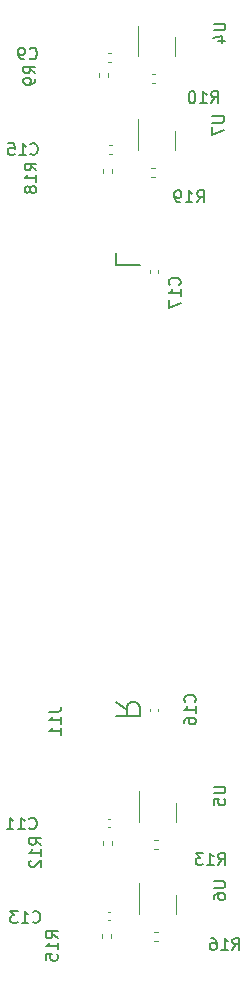
<source format=gbr>
%TF.GenerationSoftware,KiCad,Pcbnew,8.0.3*%
%TF.CreationDate,2024-06-14T00:30:10+09:00*%
%TF.ProjectId,makyi_mouse,6d616b79-695f-46d6-9f75-73652e6b6963,rev?*%
%TF.SameCoordinates,Original*%
%TF.FileFunction,Legend,Bot*%
%TF.FilePolarity,Positive*%
%FSLAX46Y46*%
G04 Gerber Fmt 4.6, Leading zero omitted, Abs format (unit mm)*
G04 Created by KiCad (PCBNEW 8.0.3) date 2024-06-14 00:30:10*
%MOMM*%
%LPD*%
G01*
G04 APERTURE LIST*
%ADD10C,0.200000*%
%ADD11C,0.150000*%
%ADD12C,0.120000*%
G04 APERTURE END LIST*
D10*
X138085161Y-60380952D02*
X138085161Y-61333333D01*
X138085161Y-61333333D02*
X140085161Y-61333333D01*
X138085161Y-98380952D02*
X139037542Y-99047619D01*
X138085161Y-99523809D02*
X140085161Y-99523809D01*
X140085161Y-99523809D02*
X140085161Y-98761904D01*
X140085161Y-98761904D02*
X139989923Y-98571428D01*
X139989923Y-98571428D02*
X139894685Y-98476190D01*
X139894685Y-98476190D02*
X139704209Y-98380952D01*
X139704209Y-98380952D02*
X139418495Y-98380952D01*
X139418495Y-98380952D02*
X139228019Y-98476190D01*
X139228019Y-98476190D02*
X139132780Y-98571428D01*
X139132780Y-98571428D02*
X139037542Y-98761904D01*
X139037542Y-98761904D02*
X139037542Y-99523809D01*
D11*
X144759580Y-98357142D02*
X144807200Y-98309523D01*
X144807200Y-98309523D02*
X144854819Y-98166666D01*
X144854819Y-98166666D02*
X144854819Y-98071428D01*
X144854819Y-98071428D02*
X144807200Y-97928571D01*
X144807200Y-97928571D02*
X144711961Y-97833333D01*
X144711961Y-97833333D02*
X144616723Y-97785714D01*
X144616723Y-97785714D02*
X144426247Y-97738095D01*
X144426247Y-97738095D02*
X144283390Y-97738095D01*
X144283390Y-97738095D02*
X144092914Y-97785714D01*
X144092914Y-97785714D02*
X143997676Y-97833333D01*
X143997676Y-97833333D02*
X143902438Y-97928571D01*
X143902438Y-97928571D02*
X143854819Y-98071428D01*
X143854819Y-98071428D02*
X143854819Y-98166666D01*
X143854819Y-98166666D02*
X143902438Y-98309523D01*
X143902438Y-98309523D02*
X143950057Y-98357142D01*
X144854819Y-99309523D02*
X144854819Y-98738095D01*
X144854819Y-99023809D02*
X143854819Y-99023809D01*
X143854819Y-99023809D02*
X143997676Y-98928571D01*
X143997676Y-98928571D02*
X144092914Y-98833333D01*
X144092914Y-98833333D02*
X144140533Y-98738095D01*
X143854819Y-100166666D02*
X143854819Y-99976190D01*
X143854819Y-99976190D02*
X143902438Y-99880952D01*
X143902438Y-99880952D02*
X143950057Y-99833333D01*
X143950057Y-99833333D02*
X144092914Y-99738095D01*
X144092914Y-99738095D02*
X144283390Y-99690476D01*
X144283390Y-99690476D02*
X144664342Y-99690476D01*
X144664342Y-99690476D02*
X144759580Y-99738095D01*
X144759580Y-99738095D02*
X144807200Y-99785714D01*
X144807200Y-99785714D02*
X144854819Y-99880952D01*
X144854819Y-99880952D02*
X144854819Y-100071428D01*
X144854819Y-100071428D02*
X144807200Y-100166666D01*
X144807200Y-100166666D02*
X144759580Y-100214285D01*
X144759580Y-100214285D02*
X144664342Y-100261904D01*
X144664342Y-100261904D02*
X144426247Y-100261904D01*
X144426247Y-100261904D02*
X144331009Y-100214285D01*
X144331009Y-100214285D02*
X144283390Y-100166666D01*
X144283390Y-100166666D02*
X144235771Y-100071428D01*
X144235771Y-100071428D02*
X144235771Y-99880952D01*
X144235771Y-99880952D02*
X144283390Y-99785714D01*
X144283390Y-99785714D02*
X144331009Y-99738095D01*
X144331009Y-99738095D02*
X144426247Y-99690476D01*
X146742857Y-112154819D02*
X147076190Y-111678628D01*
X147314285Y-112154819D02*
X147314285Y-111154819D01*
X147314285Y-111154819D02*
X146933333Y-111154819D01*
X146933333Y-111154819D02*
X146838095Y-111202438D01*
X146838095Y-111202438D02*
X146790476Y-111250057D01*
X146790476Y-111250057D02*
X146742857Y-111345295D01*
X146742857Y-111345295D02*
X146742857Y-111488152D01*
X146742857Y-111488152D02*
X146790476Y-111583390D01*
X146790476Y-111583390D02*
X146838095Y-111631009D01*
X146838095Y-111631009D02*
X146933333Y-111678628D01*
X146933333Y-111678628D02*
X147314285Y-111678628D01*
X145790476Y-112154819D02*
X146361904Y-112154819D01*
X146076190Y-112154819D02*
X146076190Y-111154819D01*
X146076190Y-111154819D02*
X146171428Y-111297676D01*
X146171428Y-111297676D02*
X146266666Y-111392914D01*
X146266666Y-111392914D02*
X146361904Y-111440533D01*
X145457142Y-111154819D02*
X144838095Y-111154819D01*
X144838095Y-111154819D02*
X145171428Y-111535771D01*
X145171428Y-111535771D02*
X145028571Y-111535771D01*
X145028571Y-111535771D02*
X144933333Y-111583390D01*
X144933333Y-111583390D02*
X144885714Y-111631009D01*
X144885714Y-111631009D02*
X144838095Y-111726247D01*
X144838095Y-111726247D02*
X144838095Y-111964342D01*
X144838095Y-111964342D02*
X144885714Y-112059580D01*
X144885714Y-112059580D02*
X144933333Y-112107200D01*
X144933333Y-112107200D02*
X145028571Y-112154819D01*
X145028571Y-112154819D02*
X145314285Y-112154819D01*
X145314285Y-112154819D02*
X145409523Y-112107200D01*
X145409523Y-112107200D02*
X145457142Y-112059580D01*
X146354819Y-113538095D02*
X147164342Y-113538095D01*
X147164342Y-113538095D02*
X147259580Y-113585714D01*
X147259580Y-113585714D02*
X147307200Y-113633333D01*
X147307200Y-113633333D02*
X147354819Y-113728571D01*
X147354819Y-113728571D02*
X147354819Y-113919047D01*
X147354819Y-113919047D02*
X147307200Y-114014285D01*
X147307200Y-114014285D02*
X147259580Y-114061904D01*
X147259580Y-114061904D02*
X147164342Y-114109523D01*
X147164342Y-114109523D02*
X146354819Y-114109523D01*
X146354819Y-115014285D02*
X146354819Y-114823809D01*
X146354819Y-114823809D02*
X146402438Y-114728571D01*
X146402438Y-114728571D02*
X146450057Y-114680952D01*
X146450057Y-114680952D02*
X146592914Y-114585714D01*
X146592914Y-114585714D02*
X146783390Y-114538095D01*
X146783390Y-114538095D02*
X147164342Y-114538095D01*
X147164342Y-114538095D02*
X147259580Y-114585714D01*
X147259580Y-114585714D02*
X147307200Y-114633333D01*
X147307200Y-114633333D02*
X147354819Y-114728571D01*
X147354819Y-114728571D02*
X147354819Y-114919047D01*
X147354819Y-114919047D02*
X147307200Y-115014285D01*
X147307200Y-115014285D02*
X147259580Y-115061904D01*
X147259580Y-115061904D02*
X147164342Y-115109523D01*
X147164342Y-115109523D02*
X146926247Y-115109523D01*
X146926247Y-115109523D02*
X146831009Y-115061904D01*
X146831009Y-115061904D02*
X146783390Y-115014285D01*
X146783390Y-115014285D02*
X146735771Y-114919047D01*
X146735771Y-114919047D02*
X146735771Y-114728571D01*
X146735771Y-114728571D02*
X146783390Y-114633333D01*
X146783390Y-114633333D02*
X146831009Y-114585714D01*
X146831009Y-114585714D02*
X146926247Y-114538095D01*
X130766666Y-43859580D02*
X130814285Y-43907200D01*
X130814285Y-43907200D02*
X130957142Y-43954819D01*
X130957142Y-43954819D02*
X131052380Y-43954819D01*
X131052380Y-43954819D02*
X131195237Y-43907200D01*
X131195237Y-43907200D02*
X131290475Y-43811961D01*
X131290475Y-43811961D02*
X131338094Y-43716723D01*
X131338094Y-43716723D02*
X131385713Y-43526247D01*
X131385713Y-43526247D02*
X131385713Y-43383390D01*
X131385713Y-43383390D02*
X131338094Y-43192914D01*
X131338094Y-43192914D02*
X131290475Y-43097676D01*
X131290475Y-43097676D02*
X131195237Y-43002438D01*
X131195237Y-43002438D02*
X131052380Y-42954819D01*
X131052380Y-42954819D02*
X130957142Y-42954819D01*
X130957142Y-42954819D02*
X130814285Y-43002438D01*
X130814285Y-43002438D02*
X130766666Y-43050057D01*
X130290475Y-43954819D02*
X130099999Y-43954819D01*
X130099999Y-43954819D02*
X130004761Y-43907200D01*
X130004761Y-43907200D02*
X129957142Y-43859580D01*
X129957142Y-43859580D02*
X129861904Y-43716723D01*
X129861904Y-43716723D02*
X129814285Y-43526247D01*
X129814285Y-43526247D02*
X129814285Y-43145295D01*
X129814285Y-43145295D02*
X129861904Y-43050057D01*
X129861904Y-43050057D02*
X129909523Y-43002438D01*
X129909523Y-43002438D02*
X130004761Y-42954819D01*
X130004761Y-42954819D02*
X130195237Y-42954819D01*
X130195237Y-42954819D02*
X130290475Y-43002438D01*
X130290475Y-43002438D02*
X130338094Y-43050057D01*
X130338094Y-43050057D02*
X130385713Y-43145295D01*
X130385713Y-43145295D02*
X130385713Y-43383390D01*
X130385713Y-43383390D02*
X130338094Y-43478628D01*
X130338094Y-43478628D02*
X130290475Y-43526247D01*
X130290475Y-43526247D02*
X130195237Y-43573866D01*
X130195237Y-43573866D02*
X130004761Y-43573866D01*
X130004761Y-43573866D02*
X129909523Y-43526247D01*
X129909523Y-43526247D02*
X129861904Y-43478628D01*
X129861904Y-43478628D02*
X129814285Y-43383390D01*
X147942857Y-119354819D02*
X148276190Y-118878628D01*
X148514285Y-119354819D02*
X148514285Y-118354819D01*
X148514285Y-118354819D02*
X148133333Y-118354819D01*
X148133333Y-118354819D02*
X148038095Y-118402438D01*
X148038095Y-118402438D02*
X147990476Y-118450057D01*
X147990476Y-118450057D02*
X147942857Y-118545295D01*
X147942857Y-118545295D02*
X147942857Y-118688152D01*
X147942857Y-118688152D02*
X147990476Y-118783390D01*
X147990476Y-118783390D02*
X148038095Y-118831009D01*
X148038095Y-118831009D02*
X148133333Y-118878628D01*
X148133333Y-118878628D02*
X148514285Y-118878628D01*
X146990476Y-119354819D02*
X147561904Y-119354819D01*
X147276190Y-119354819D02*
X147276190Y-118354819D01*
X147276190Y-118354819D02*
X147371428Y-118497676D01*
X147371428Y-118497676D02*
X147466666Y-118592914D01*
X147466666Y-118592914D02*
X147561904Y-118640533D01*
X146133333Y-118354819D02*
X146323809Y-118354819D01*
X146323809Y-118354819D02*
X146419047Y-118402438D01*
X146419047Y-118402438D02*
X146466666Y-118450057D01*
X146466666Y-118450057D02*
X146561904Y-118592914D01*
X146561904Y-118592914D02*
X146609523Y-118783390D01*
X146609523Y-118783390D02*
X146609523Y-119164342D01*
X146609523Y-119164342D02*
X146561904Y-119259580D01*
X146561904Y-119259580D02*
X146514285Y-119307200D01*
X146514285Y-119307200D02*
X146419047Y-119354819D01*
X146419047Y-119354819D02*
X146228571Y-119354819D01*
X146228571Y-119354819D02*
X146133333Y-119307200D01*
X146133333Y-119307200D02*
X146085714Y-119259580D01*
X146085714Y-119259580D02*
X146038095Y-119164342D01*
X146038095Y-119164342D02*
X146038095Y-118926247D01*
X146038095Y-118926247D02*
X146085714Y-118831009D01*
X146085714Y-118831009D02*
X146133333Y-118783390D01*
X146133333Y-118783390D02*
X146228571Y-118735771D01*
X146228571Y-118735771D02*
X146419047Y-118735771D01*
X146419047Y-118735771D02*
X146514285Y-118783390D01*
X146514285Y-118783390D02*
X146561904Y-118831009D01*
X146561904Y-118831009D02*
X146609523Y-118926247D01*
X131754819Y-110457142D02*
X131278628Y-110123809D01*
X131754819Y-109885714D02*
X130754819Y-109885714D01*
X130754819Y-109885714D02*
X130754819Y-110266666D01*
X130754819Y-110266666D02*
X130802438Y-110361904D01*
X130802438Y-110361904D02*
X130850057Y-110409523D01*
X130850057Y-110409523D02*
X130945295Y-110457142D01*
X130945295Y-110457142D02*
X131088152Y-110457142D01*
X131088152Y-110457142D02*
X131183390Y-110409523D01*
X131183390Y-110409523D02*
X131231009Y-110361904D01*
X131231009Y-110361904D02*
X131278628Y-110266666D01*
X131278628Y-110266666D02*
X131278628Y-109885714D01*
X131754819Y-111409523D02*
X131754819Y-110838095D01*
X131754819Y-111123809D02*
X130754819Y-111123809D01*
X130754819Y-111123809D02*
X130897676Y-111028571D01*
X130897676Y-111028571D02*
X130992914Y-110933333D01*
X130992914Y-110933333D02*
X131040533Y-110838095D01*
X130850057Y-111790476D02*
X130802438Y-111838095D01*
X130802438Y-111838095D02*
X130754819Y-111933333D01*
X130754819Y-111933333D02*
X130754819Y-112171428D01*
X130754819Y-112171428D02*
X130802438Y-112266666D01*
X130802438Y-112266666D02*
X130850057Y-112314285D01*
X130850057Y-112314285D02*
X130945295Y-112361904D01*
X130945295Y-112361904D02*
X131040533Y-112361904D01*
X131040533Y-112361904D02*
X131183390Y-112314285D01*
X131183390Y-112314285D02*
X131754819Y-111742857D01*
X131754819Y-111742857D02*
X131754819Y-112361904D01*
X131354819Y-53357142D02*
X130878628Y-53023809D01*
X131354819Y-52785714D02*
X130354819Y-52785714D01*
X130354819Y-52785714D02*
X130354819Y-53166666D01*
X130354819Y-53166666D02*
X130402438Y-53261904D01*
X130402438Y-53261904D02*
X130450057Y-53309523D01*
X130450057Y-53309523D02*
X130545295Y-53357142D01*
X130545295Y-53357142D02*
X130688152Y-53357142D01*
X130688152Y-53357142D02*
X130783390Y-53309523D01*
X130783390Y-53309523D02*
X130831009Y-53261904D01*
X130831009Y-53261904D02*
X130878628Y-53166666D01*
X130878628Y-53166666D02*
X130878628Y-52785714D01*
X131354819Y-54309523D02*
X131354819Y-53738095D01*
X131354819Y-54023809D02*
X130354819Y-54023809D01*
X130354819Y-54023809D02*
X130497676Y-53928571D01*
X130497676Y-53928571D02*
X130592914Y-53833333D01*
X130592914Y-53833333D02*
X130640533Y-53738095D01*
X130783390Y-54880952D02*
X130735771Y-54785714D01*
X130735771Y-54785714D02*
X130688152Y-54738095D01*
X130688152Y-54738095D02*
X130592914Y-54690476D01*
X130592914Y-54690476D02*
X130545295Y-54690476D01*
X130545295Y-54690476D02*
X130450057Y-54738095D01*
X130450057Y-54738095D02*
X130402438Y-54785714D01*
X130402438Y-54785714D02*
X130354819Y-54880952D01*
X130354819Y-54880952D02*
X130354819Y-55071428D01*
X130354819Y-55071428D02*
X130402438Y-55166666D01*
X130402438Y-55166666D02*
X130450057Y-55214285D01*
X130450057Y-55214285D02*
X130545295Y-55261904D01*
X130545295Y-55261904D02*
X130592914Y-55261904D01*
X130592914Y-55261904D02*
X130688152Y-55214285D01*
X130688152Y-55214285D02*
X130735771Y-55166666D01*
X130735771Y-55166666D02*
X130783390Y-55071428D01*
X130783390Y-55071428D02*
X130783390Y-54880952D01*
X130783390Y-54880952D02*
X130831009Y-54785714D01*
X130831009Y-54785714D02*
X130878628Y-54738095D01*
X130878628Y-54738095D02*
X130973866Y-54690476D01*
X130973866Y-54690476D02*
X131164342Y-54690476D01*
X131164342Y-54690476D02*
X131259580Y-54738095D01*
X131259580Y-54738095D02*
X131307200Y-54785714D01*
X131307200Y-54785714D02*
X131354819Y-54880952D01*
X131354819Y-54880952D02*
X131354819Y-55071428D01*
X131354819Y-55071428D02*
X131307200Y-55166666D01*
X131307200Y-55166666D02*
X131259580Y-55214285D01*
X131259580Y-55214285D02*
X131164342Y-55261904D01*
X131164342Y-55261904D02*
X130973866Y-55261904D01*
X130973866Y-55261904D02*
X130878628Y-55214285D01*
X130878628Y-55214285D02*
X130831009Y-55166666D01*
X130831009Y-55166666D02*
X130783390Y-55071428D01*
X143459580Y-63057142D02*
X143507200Y-63009523D01*
X143507200Y-63009523D02*
X143554819Y-62866666D01*
X143554819Y-62866666D02*
X143554819Y-62771428D01*
X143554819Y-62771428D02*
X143507200Y-62628571D01*
X143507200Y-62628571D02*
X143411961Y-62533333D01*
X143411961Y-62533333D02*
X143316723Y-62485714D01*
X143316723Y-62485714D02*
X143126247Y-62438095D01*
X143126247Y-62438095D02*
X142983390Y-62438095D01*
X142983390Y-62438095D02*
X142792914Y-62485714D01*
X142792914Y-62485714D02*
X142697676Y-62533333D01*
X142697676Y-62533333D02*
X142602438Y-62628571D01*
X142602438Y-62628571D02*
X142554819Y-62771428D01*
X142554819Y-62771428D02*
X142554819Y-62866666D01*
X142554819Y-62866666D02*
X142602438Y-63009523D01*
X142602438Y-63009523D02*
X142650057Y-63057142D01*
X143554819Y-64009523D02*
X143554819Y-63438095D01*
X143554819Y-63723809D02*
X142554819Y-63723809D01*
X142554819Y-63723809D02*
X142697676Y-63628571D01*
X142697676Y-63628571D02*
X142792914Y-63533333D01*
X142792914Y-63533333D02*
X142840533Y-63438095D01*
X142554819Y-64342857D02*
X142554819Y-65009523D01*
X142554819Y-65009523D02*
X143554819Y-64580952D01*
X144942857Y-56054819D02*
X145276190Y-55578628D01*
X145514285Y-56054819D02*
X145514285Y-55054819D01*
X145514285Y-55054819D02*
X145133333Y-55054819D01*
X145133333Y-55054819D02*
X145038095Y-55102438D01*
X145038095Y-55102438D02*
X144990476Y-55150057D01*
X144990476Y-55150057D02*
X144942857Y-55245295D01*
X144942857Y-55245295D02*
X144942857Y-55388152D01*
X144942857Y-55388152D02*
X144990476Y-55483390D01*
X144990476Y-55483390D02*
X145038095Y-55531009D01*
X145038095Y-55531009D02*
X145133333Y-55578628D01*
X145133333Y-55578628D02*
X145514285Y-55578628D01*
X143990476Y-56054819D02*
X144561904Y-56054819D01*
X144276190Y-56054819D02*
X144276190Y-55054819D01*
X144276190Y-55054819D02*
X144371428Y-55197676D01*
X144371428Y-55197676D02*
X144466666Y-55292914D01*
X144466666Y-55292914D02*
X144561904Y-55340533D01*
X143514285Y-56054819D02*
X143323809Y-56054819D01*
X143323809Y-56054819D02*
X143228571Y-56007200D01*
X143228571Y-56007200D02*
X143180952Y-55959580D01*
X143180952Y-55959580D02*
X143085714Y-55816723D01*
X143085714Y-55816723D02*
X143038095Y-55626247D01*
X143038095Y-55626247D02*
X143038095Y-55245295D01*
X143038095Y-55245295D02*
X143085714Y-55150057D01*
X143085714Y-55150057D02*
X143133333Y-55102438D01*
X143133333Y-55102438D02*
X143228571Y-55054819D01*
X143228571Y-55054819D02*
X143419047Y-55054819D01*
X143419047Y-55054819D02*
X143514285Y-55102438D01*
X143514285Y-55102438D02*
X143561904Y-55150057D01*
X143561904Y-55150057D02*
X143609523Y-55245295D01*
X143609523Y-55245295D02*
X143609523Y-55483390D01*
X143609523Y-55483390D02*
X143561904Y-55578628D01*
X143561904Y-55578628D02*
X143514285Y-55626247D01*
X143514285Y-55626247D02*
X143419047Y-55673866D01*
X143419047Y-55673866D02*
X143228571Y-55673866D01*
X143228571Y-55673866D02*
X143133333Y-55626247D01*
X143133333Y-55626247D02*
X143085714Y-55578628D01*
X143085714Y-55578628D02*
X143038095Y-55483390D01*
X146354819Y-105538095D02*
X147164342Y-105538095D01*
X147164342Y-105538095D02*
X147259580Y-105585714D01*
X147259580Y-105585714D02*
X147307200Y-105633333D01*
X147307200Y-105633333D02*
X147354819Y-105728571D01*
X147354819Y-105728571D02*
X147354819Y-105919047D01*
X147354819Y-105919047D02*
X147307200Y-106014285D01*
X147307200Y-106014285D02*
X147259580Y-106061904D01*
X147259580Y-106061904D02*
X147164342Y-106109523D01*
X147164342Y-106109523D02*
X146354819Y-106109523D01*
X146354819Y-107061904D02*
X146354819Y-106585714D01*
X146354819Y-106585714D02*
X146831009Y-106538095D01*
X146831009Y-106538095D02*
X146783390Y-106585714D01*
X146783390Y-106585714D02*
X146735771Y-106680952D01*
X146735771Y-106680952D02*
X146735771Y-106919047D01*
X146735771Y-106919047D02*
X146783390Y-107014285D01*
X146783390Y-107014285D02*
X146831009Y-107061904D01*
X146831009Y-107061904D02*
X146926247Y-107109523D01*
X146926247Y-107109523D02*
X147164342Y-107109523D01*
X147164342Y-107109523D02*
X147259580Y-107061904D01*
X147259580Y-107061904D02*
X147307200Y-107014285D01*
X147307200Y-107014285D02*
X147354819Y-106919047D01*
X147354819Y-106919047D02*
X147354819Y-106680952D01*
X147354819Y-106680952D02*
X147307200Y-106585714D01*
X147307200Y-106585714D02*
X147259580Y-106538095D01*
X146254819Y-48738095D02*
X147064342Y-48738095D01*
X147064342Y-48738095D02*
X147159580Y-48785714D01*
X147159580Y-48785714D02*
X147207200Y-48833333D01*
X147207200Y-48833333D02*
X147254819Y-48928571D01*
X147254819Y-48928571D02*
X147254819Y-49119047D01*
X147254819Y-49119047D02*
X147207200Y-49214285D01*
X147207200Y-49214285D02*
X147159580Y-49261904D01*
X147159580Y-49261904D02*
X147064342Y-49309523D01*
X147064342Y-49309523D02*
X146254819Y-49309523D01*
X146254819Y-49690476D02*
X146254819Y-50357142D01*
X146254819Y-50357142D02*
X147254819Y-49928571D01*
X133154819Y-118357142D02*
X132678628Y-118023809D01*
X133154819Y-117785714D02*
X132154819Y-117785714D01*
X132154819Y-117785714D02*
X132154819Y-118166666D01*
X132154819Y-118166666D02*
X132202438Y-118261904D01*
X132202438Y-118261904D02*
X132250057Y-118309523D01*
X132250057Y-118309523D02*
X132345295Y-118357142D01*
X132345295Y-118357142D02*
X132488152Y-118357142D01*
X132488152Y-118357142D02*
X132583390Y-118309523D01*
X132583390Y-118309523D02*
X132631009Y-118261904D01*
X132631009Y-118261904D02*
X132678628Y-118166666D01*
X132678628Y-118166666D02*
X132678628Y-117785714D01*
X133154819Y-119309523D02*
X133154819Y-118738095D01*
X133154819Y-119023809D02*
X132154819Y-119023809D01*
X132154819Y-119023809D02*
X132297676Y-118928571D01*
X132297676Y-118928571D02*
X132392914Y-118833333D01*
X132392914Y-118833333D02*
X132440533Y-118738095D01*
X132154819Y-120214285D02*
X132154819Y-119738095D01*
X132154819Y-119738095D02*
X132631009Y-119690476D01*
X132631009Y-119690476D02*
X132583390Y-119738095D01*
X132583390Y-119738095D02*
X132535771Y-119833333D01*
X132535771Y-119833333D02*
X132535771Y-120071428D01*
X132535771Y-120071428D02*
X132583390Y-120166666D01*
X132583390Y-120166666D02*
X132631009Y-120214285D01*
X132631009Y-120214285D02*
X132726247Y-120261904D01*
X132726247Y-120261904D02*
X132964342Y-120261904D01*
X132964342Y-120261904D02*
X133059580Y-120214285D01*
X133059580Y-120214285D02*
X133107200Y-120166666D01*
X133107200Y-120166666D02*
X133154819Y-120071428D01*
X133154819Y-120071428D02*
X133154819Y-119833333D01*
X133154819Y-119833333D02*
X133107200Y-119738095D01*
X133107200Y-119738095D02*
X133059580Y-119690476D01*
X146142857Y-47654819D02*
X146476190Y-47178628D01*
X146714285Y-47654819D02*
X146714285Y-46654819D01*
X146714285Y-46654819D02*
X146333333Y-46654819D01*
X146333333Y-46654819D02*
X146238095Y-46702438D01*
X146238095Y-46702438D02*
X146190476Y-46750057D01*
X146190476Y-46750057D02*
X146142857Y-46845295D01*
X146142857Y-46845295D02*
X146142857Y-46988152D01*
X146142857Y-46988152D02*
X146190476Y-47083390D01*
X146190476Y-47083390D02*
X146238095Y-47131009D01*
X146238095Y-47131009D02*
X146333333Y-47178628D01*
X146333333Y-47178628D02*
X146714285Y-47178628D01*
X145190476Y-47654819D02*
X145761904Y-47654819D01*
X145476190Y-47654819D02*
X145476190Y-46654819D01*
X145476190Y-46654819D02*
X145571428Y-46797676D01*
X145571428Y-46797676D02*
X145666666Y-46892914D01*
X145666666Y-46892914D02*
X145761904Y-46940533D01*
X144571428Y-46654819D02*
X144476190Y-46654819D01*
X144476190Y-46654819D02*
X144380952Y-46702438D01*
X144380952Y-46702438D02*
X144333333Y-46750057D01*
X144333333Y-46750057D02*
X144285714Y-46845295D01*
X144285714Y-46845295D02*
X144238095Y-47035771D01*
X144238095Y-47035771D02*
X144238095Y-47273866D01*
X144238095Y-47273866D02*
X144285714Y-47464342D01*
X144285714Y-47464342D02*
X144333333Y-47559580D01*
X144333333Y-47559580D02*
X144380952Y-47607200D01*
X144380952Y-47607200D02*
X144476190Y-47654819D01*
X144476190Y-47654819D02*
X144571428Y-47654819D01*
X144571428Y-47654819D02*
X144666666Y-47607200D01*
X144666666Y-47607200D02*
X144714285Y-47559580D01*
X144714285Y-47559580D02*
X144761904Y-47464342D01*
X144761904Y-47464342D02*
X144809523Y-47273866D01*
X144809523Y-47273866D02*
X144809523Y-47035771D01*
X144809523Y-47035771D02*
X144761904Y-46845295D01*
X144761904Y-46845295D02*
X144714285Y-46750057D01*
X144714285Y-46750057D02*
X144666666Y-46702438D01*
X144666666Y-46702438D02*
X144571428Y-46654819D01*
X130742857Y-109059580D02*
X130790476Y-109107200D01*
X130790476Y-109107200D02*
X130933333Y-109154819D01*
X130933333Y-109154819D02*
X131028571Y-109154819D01*
X131028571Y-109154819D02*
X131171428Y-109107200D01*
X131171428Y-109107200D02*
X131266666Y-109011961D01*
X131266666Y-109011961D02*
X131314285Y-108916723D01*
X131314285Y-108916723D02*
X131361904Y-108726247D01*
X131361904Y-108726247D02*
X131361904Y-108583390D01*
X131361904Y-108583390D02*
X131314285Y-108392914D01*
X131314285Y-108392914D02*
X131266666Y-108297676D01*
X131266666Y-108297676D02*
X131171428Y-108202438D01*
X131171428Y-108202438D02*
X131028571Y-108154819D01*
X131028571Y-108154819D02*
X130933333Y-108154819D01*
X130933333Y-108154819D02*
X130790476Y-108202438D01*
X130790476Y-108202438D02*
X130742857Y-108250057D01*
X129790476Y-109154819D02*
X130361904Y-109154819D01*
X130076190Y-109154819D02*
X130076190Y-108154819D01*
X130076190Y-108154819D02*
X130171428Y-108297676D01*
X130171428Y-108297676D02*
X130266666Y-108392914D01*
X130266666Y-108392914D02*
X130361904Y-108440533D01*
X128838095Y-109154819D02*
X129409523Y-109154819D01*
X129123809Y-109154819D02*
X129123809Y-108154819D01*
X129123809Y-108154819D02*
X129219047Y-108297676D01*
X129219047Y-108297676D02*
X129314285Y-108392914D01*
X129314285Y-108392914D02*
X129409523Y-108440533D01*
X146354819Y-40938095D02*
X147164342Y-40938095D01*
X147164342Y-40938095D02*
X147259580Y-40985714D01*
X147259580Y-40985714D02*
X147307200Y-41033333D01*
X147307200Y-41033333D02*
X147354819Y-41128571D01*
X147354819Y-41128571D02*
X147354819Y-41319047D01*
X147354819Y-41319047D02*
X147307200Y-41414285D01*
X147307200Y-41414285D02*
X147259580Y-41461904D01*
X147259580Y-41461904D02*
X147164342Y-41509523D01*
X147164342Y-41509523D02*
X146354819Y-41509523D01*
X146688152Y-42414285D02*
X147354819Y-42414285D01*
X146307200Y-42176190D02*
X147021485Y-41938095D01*
X147021485Y-41938095D02*
X147021485Y-42557142D01*
X131042857Y-116959580D02*
X131090476Y-117007200D01*
X131090476Y-117007200D02*
X131233333Y-117054819D01*
X131233333Y-117054819D02*
X131328571Y-117054819D01*
X131328571Y-117054819D02*
X131471428Y-117007200D01*
X131471428Y-117007200D02*
X131566666Y-116911961D01*
X131566666Y-116911961D02*
X131614285Y-116816723D01*
X131614285Y-116816723D02*
X131661904Y-116626247D01*
X131661904Y-116626247D02*
X131661904Y-116483390D01*
X131661904Y-116483390D02*
X131614285Y-116292914D01*
X131614285Y-116292914D02*
X131566666Y-116197676D01*
X131566666Y-116197676D02*
X131471428Y-116102438D01*
X131471428Y-116102438D02*
X131328571Y-116054819D01*
X131328571Y-116054819D02*
X131233333Y-116054819D01*
X131233333Y-116054819D02*
X131090476Y-116102438D01*
X131090476Y-116102438D02*
X131042857Y-116150057D01*
X130090476Y-117054819D02*
X130661904Y-117054819D01*
X130376190Y-117054819D02*
X130376190Y-116054819D01*
X130376190Y-116054819D02*
X130471428Y-116197676D01*
X130471428Y-116197676D02*
X130566666Y-116292914D01*
X130566666Y-116292914D02*
X130661904Y-116340533D01*
X129757142Y-116054819D02*
X129138095Y-116054819D01*
X129138095Y-116054819D02*
X129471428Y-116435771D01*
X129471428Y-116435771D02*
X129328571Y-116435771D01*
X129328571Y-116435771D02*
X129233333Y-116483390D01*
X129233333Y-116483390D02*
X129185714Y-116531009D01*
X129185714Y-116531009D02*
X129138095Y-116626247D01*
X129138095Y-116626247D02*
X129138095Y-116864342D01*
X129138095Y-116864342D02*
X129185714Y-116959580D01*
X129185714Y-116959580D02*
X129233333Y-117007200D01*
X129233333Y-117007200D02*
X129328571Y-117054819D01*
X129328571Y-117054819D02*
X129614285Y-117054819D01*
X129614285Y-117054819D02*
X129709523Y-117007200D01*
X129709523Y-117007200D02*
X129757142Y-116959580D01*
X130842857Y-51959580D02*
X130890476Y-52007200D01*
X130890476Y-52007200D02*
X131033333Y-52054819D01*
X131033333Y-52054819D02*
X131128571Y-52054819D01*
X131128571Y-52054819D02*
X131271428Y-52007200D01*
X131271428Y-52007200D02*
X131366666Y-51911961D01*
X131366666Y-51911961D02*
X131414285Y-51816723D01*
X131414285Y-51816723D02*
X131461904Y-51626247D01*
X131461904Y-51626247D02*
X131461904Y-51483390D01*
X131461904Y-51483390D02*
X131414285Y-51292914D01*
X131414285Y-51292914D02*
X131366666Y-51197676D01*
X131366666Y-51197676D02*
X131271428Y-51102438D01*
X131271428Y-51102438D02*
X131128571Y-51054819D01*
X131128571Y-51054819D02*
X131033333Y-51054819D01*
X131033333Y-51054819D02*
X130890476Y-51102438D01*
X130890476Y-51102438D02*
X130842857Y-51150057D01*
X129890476Y-52054819D02*
X130461904Y-52054819D01*
X130176190Y-52054819D02*
X130176190Y-51054819D01*
X130176190Y-51054819D02*
X130271428Y-51197676D01*
X130271428Y-51197676D02*
X130366666Y-51292914D01*
X130366666Y-51292914D02*
X130461904Y-51340533D01*
X128985714Y-51054819D02*
X129461904Y-51054819D01*
X129461904Y-51054819D02*
X129509523Y-51531009D01*
X129509523Y-51531009D02*
X129461904Y-51483390D01*
X129461904Y-51483390D02*
X129366666Y-51435771D01*
X129366666Y-51435771D02*
X129128571Y-51435771D01*
X129128571Y-51435771D02*
X129033333Y-51483390D01*
X129033333Y-51483390D02*
X128985714Y-51531009D01*
X128985714Y-51531009D02*
X128938095Y-51626247D01*
X128938095Y-51626247D02*
X128938095Y-51864342D01*
X128938095Y-51864342D02*
X128985714Y-51959580D01*
X128985714Y-51959580D02*
X129033333Y-52007200D01*
X129033333Y-52007200D02*
X129128571Y-52054819D01*
X129128571Y-52054819D02*
X129366666Y-52054819D01*
X129366666Y-52054819D02*
X129461904Y-52007200D01*
X129461904Y-52007200D02*
X129509523Y-51959580D01*
X132454819Y-99190476D02*
X133169104Y-99190476D01*
X133169104Y-99190476D02*
X133311961Y-99142857D01*
X133311961Y-99142857D02*
X133407200Y-99047619D01*
X133407200Y-99047619D02*
X133454819Y-98904762D01*
X133454819Y-98904762D02*
X133454819Y-98809524D01*
X133454819Y-100190476D02*
X133454819Y-99619048D01*
X133454819Y-99904762D02*
X132454819Y-99904762D01*
X132454819Y-99904762D02*
X132597676Y-99809524D01*
X132597676Y-99809524D02*
X132692914Y-99714286D01*
X132692914Y-99714286D02*
X132740533Y-99619048D01*
X133454819Y-101142857D02*
X133454819Y-100571429D01*
X133454819Y-100857143D02*
X132454819Y-100857143D01*
X132454819Y-100857143D02*
X132597676Y-100761905D01*
X132597676Y-100761905D02*
X132692914Y-100666667D01*
X132692914Y-100666667D02*
X132740533Y-100571429D01*
X131254819Y-45133333D02*
X130778628Y-44800000D01*
X131254819Y-44561905D02*
X130254819Y-44561905D01*
X130254819Y-44561905D02*
X130254819Y-44942857D01*
X130254819Y-44942857D02*
X130302438Y-45038095D01*
X130302438Y-45038095D02*
X130350057Y-45085714D01*
X130350057Y-45085714D02*
X130445295Y-45133333D01*
X130445295Y-45133333D02*
X130588152Y-45133333D01*
X130588152Y-45133333D02*
X130683390Y-45085714D01*
X130683390Y-45085714D02*
X130731009Y-45038095D01*
X130731009Y-45038095D02*
X130778628Y-44942857D01*
X130778628Y-44942857D02*
X130778628Y-44561905D01*
X131254819Y-45609524D02*
X131254819Y-45800000D01*
X131254819Y-45800000D02*
X131207200Y-45895238D01*
X131207200Y-45895238D02*
X131159580Y-45942857D01*
X131159580Y-45942857D02*
X131016723Y-46038095D01*
X131016723Y-46038095D02*
X130826247Y-46085714D01*
X130826247Y-46085714D02*
X130445295Y-46085714D01*
X130445295Y-46085714D02*
X130350057Y-46038095D01*
X130350057Y-46038095D02*
X130302438Y-45990476D01*
X130302438Y-45990476D02*
X130254819Y-45895238D01*
X130254819Y-45895238D02*
X130254819Y-45704762D01*
X130254819Y-45704762D02*
X130302438Y-45609524D01*
X130302438Y-45609524D02*
X130350057Y-45561905D01*
X130350057Y-45561905D02*
X130445295Y-45514286D01*
X130445295Y-45514286D02*
X130683390Y-45514286D01*
X130683390Y-45514286D02*
X130778628Y-45561905D01*
X130778628Y-45561905D02*
X130826247Y-45609524D01*
X130826247Y-45609524D02*
X130873866Y-45704762D01*
X130873866Y-45704762D02*
X130873866Y-45895238D01*
X130873866Y-45895238D02*
X130826247Y-45990476D01*
X130826247Y-45990476D02*
X130778628Y-46038095D01*
X130778628Y-46038095D02*
X130683390Y-46085714D01*
D12*
%TO.C,C16*%
X140940000Y-98934165D02*
X140940000Y-99165835D01*
X141660000Y-98934165D02*
X141660000Y-99165835D01*
%TO.C,R13*%
X141346359Y-110020000D02*
X141653641Y-110020000D01*
X141346359Y-110780000D02*
X141653641Y-110780000D01*
%TO.C,U6*%
X140040000Y-113700000D02*
X140040000Y-115500000D01*
X140040000Y-116300000D02*
X140040000Y-115500000D01*
X143160000Y-114700000D02*
X143160000Y-115500000D01*
X143160000Y-116300000D02*
X143160000Y-115500000D01*
%TO.C,C9*%
X137657836Y-43440000D02*
X137442164Y-43440000D01*
X137657836Y-44160000D02*
X137442164Y-44160000D01*
%TO.C,R16*%
X141346359Y-117820000D02*
X141653641Y-117820000D01*
X141346359Y-118580000D02*
X141653641Y-118580000D01*
%TO.C,R12*%
X137020000Y-110453641D02*
X137020000Y-110146359D01*
X137780000Y-110453641D02*
X137780000Y-110146359D01*
%TO.C,R18*%
X137020000Y-53553641D02*
X137020000Y-53246359D01*
X137780000Y-53553641D02*
X137780000Y-53246359D01*
%TO.C,C17*%
X140940000Y-62015835D02*
X140940000Y-61784165D01*
X141660000Y-62015835D02*
X141660000Y-61784165D01*
%TO.C,R19*%
X141046359Y-53120000D02*
X141353641Y-53120000D01*
X141046359Y-53880000D02*
X141353641Y-53880000D01*
%TO.C,U5*%
X140040000Y-105900000D02*
X140040000Y-107700000D01*
X140040000Y-108500000D02*
X140040000Y-107700000D01*
X143160000Y-106900000D02*
X143160000Y-107700000D01*
X143160000Y-108500000D02*
X143160000Y-107700000D01*
%TO.C,U7*%
X139990000Y-49000000D02*
X139990000Y-50800000D01*
X139990000Y-51600000D02*
X139990000Y-50800000D01*
X143110000Y-50000000D02*
X143110000Y-50800000D01*
X143110000Y-51600000D02*
X143110000Y-50800000D01*
%TO.C,R15*%
X136920000Y-118353641D02*
X136920000Y-118046359D01*
X137680000Y-118353641D02*
X137680000Y-118046359D01*
%TO.C,R10*%
X141096359Y-45220000D02*
X141403641Y-45220000D01*
X141096359Y-45980000D02*
X141403641Y-45980000D01*
%TO.C,C11*%
X137607836Y-108240000D02*
X137392164Y-108240000D01*
X137607836Y-108960000D02*
X137392164Y-108960000D01*
%TO.C,U4*%
X139990000Y-41100000D02*
X139990000Y-42900000D01*
X139990000Y-43700000D02*
X139990000Y-42900000D01*
X143110000Y-42100000D02*
X143110000Y-42900000D01*
X143110000Y-43700000D02*
X143110000Y-42900000D01*
%TO.C,C13*%
X137607836Y-116140000D02*
X137392164Y-116140000D01*
X137607836Y-116860000D02*
X137392164Y-116860000D01*
%TO.C,C15*%
X137707836Y-51240000D02*
X137492164Y-51240000D01*
X137707836Y-51960000D02*
X137492164Y-51960000D01*
%TO.C,R9*%
X136670000Y-45453641D02*
X136670000Y-45146359D01*
X137430000Y-45453641D02*
X137430000Y-45146359D01*
%TD*%
M02*

</source>
